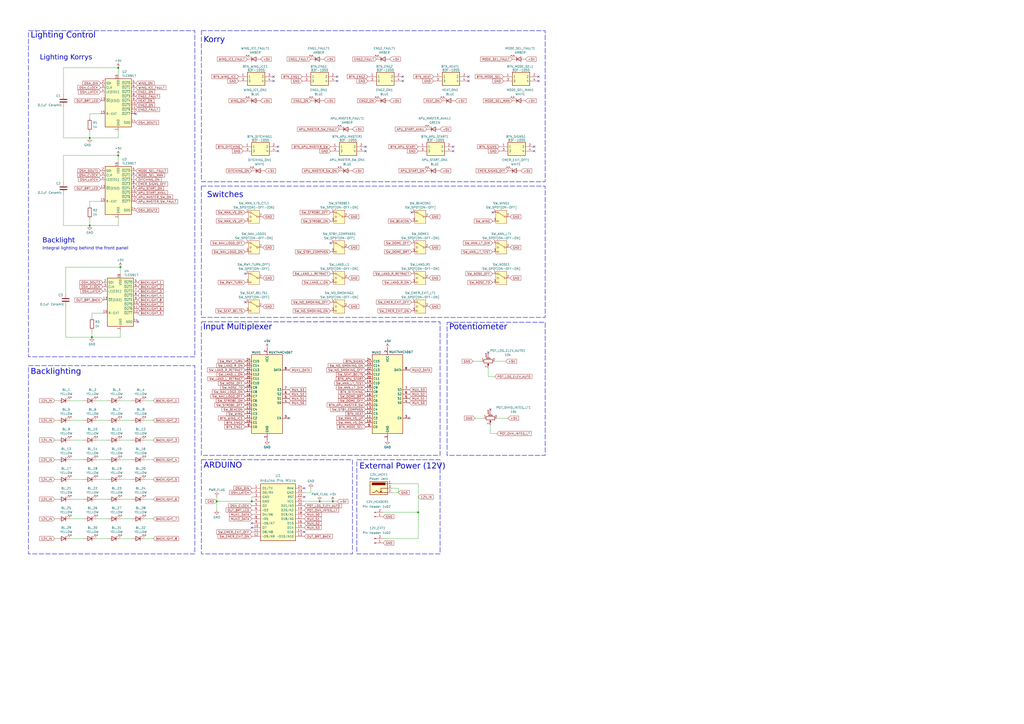
<source format=kicad_sch>
(kicad_sch (version 20231120) (generator "eeschema") (generator_version "8.0")
  (paper "A2")
  (title_block (title "Light Panel") (date "2024-11-17") (rev "V1.1") (company "S.K."))
  (junction (at 69.85 154.94))
  (junction (at 185.42 290.83))
  (junction (at 146.05 290.83))
  (junction (at 125.73 290.83))
  (junction (at 52.07 130.81))
  (junction (at 68.58 90.17))
  (junction (at 68.58 39.37))
  (junction (at 53.34 195.58))
  (junction (at 242.57 297.18))
  (junction (at 193.04 290.83))
  (junction (at 52.07 80.01))
  (no_connect (at 176.53 288.29))
  (no_connect (at 158.75 46.99))
  (no_connect (at 312.42 46.99))
  (no_connect (at 262.89 85.09))
  (no_connect (at 284.48 237.49))
  (no_connect (at 285.75 123.19))
  (no_connect (at 158.75 44.45))
  (no_connect (at 262.89 87.63))
  (no_connect (at 312.42 44.45))
  (no_connect (at 271.78 46.99))
  (no_connect (at 167.64 242.57))
  (no_connect (at 283.21 204.47))
  (no_connect (at 142.24 175.26))
  (no_connect (at 176.53 283.21))
  (no_connect (at 309.88 85.09))
  (no_connect (at 233.68 46.99))
  (no_connect (at 238.76 123.19))
  (no_connect (at 142.24 158.75))
  (no_connect (at 195.58 46.99))
  (no_connect (at 176.53 308.61))
  (no_connect (at 212.09 87.63))
  (no_connect (at 146.05 303.53))
  (no_connect (at 161.29 85.09))
  (no_connect (at 237.49 242.57))
  (no_connect (at 146.05 306.07))
  (no_connect (at 191.77 140.97))
  (no_connect (at 212.09 85.09))
  (no_connect (at 195.58 44.45))
  (no_connect (at 161.29 87.63))
  (no_connect (at 233.68 44.45))
  (no_connect (at 78.74 66.04))
  (no_connect (at 271.78 44.45))
  (no_connect (at 80.01 186.69))
  (no_connect (at 309.88 87.63))
  (wire (pts (xy 52.07 127) (xy 52.07 130.81)))
  (wire (pts (xy 242.57 280.67) (xy 242.57 297.18)))
  (wire (pts (xy 40.64 243.84) (xy 48.26 243.84)))
  (wire (pts (xy 55.88 232.41) (xy 62.23 232.41)))
  (wire (pts (xy 83.82 266.7) (xy 88.9 266.7)))
  (wire (pts (xy 83.82 278.13) (xy 88.9 278.13)))
  (wire (pts (xy 275.59 242.57) (xy 280.67 242.57)))
  (wire (pts (xy 52.07 80.01) (xy 68.58 80.01)))
  (wire (pts (xy 52.07 116.84) (xy 52.07 119.38)))
  (wire (pts (xy 274.32 209.55) (xy 279.4 209.55)))
  (wire (pts (xy 36.83 80.01) (xy 52.07 80.01)))
  (wire (pts (xy 284.48 251.46) (xy 288.29 251.46)))
  (wire (pts (xy 36.83 113.03) (xy 36.83 130.81)))
  (wire (pts (xy 33.02 266.7) (xy 31.75 266.7)))
  (wire (pts (xy 38.1 154.94) (xy 69.85 154.94)))
  (wire (pts (xy 68.58 90.17) (xy 68.58 93.98)))
  (wire (pts (xy 55.88 278.13) (xy 62.23 278.13)))
  (wire (pts (xy 38.1 195.58) (xy 53.34 195.58)))
  (wire (pts (xy 227.33 280.67) (xy 242.57 280.67)))
  (wire (pts (xy 36.83 130.81) (xy 52.07 130.81)))
  (wire (pts (xy 68.58 80.01) (xy 68.58 76.2)))
  (wire (pts (xy 52.07 76.2) (xy 52.07 80.01)))
  (wire (pts (xy 36.83 39.37) (xy 36.83 54.61)))
  (wire (pts (xy 227.33 285.75) (xy 231.14 285.75)))
  (wire (pts (xy 83.82 289.56) (xy 88.9 289.56)))
  (wire (pts (xy 40.64 312.42) (xy 48.26 312.42)))
  (wire (pts (xy 83.82 312.42) (xy 88.9 312.42)))
  (wire (pts (xy 33.02 312.42) (xy 31.75 312.42)))
  (wire (pts (xy 125.73 290.83) (xy 146.05 290.83)))
  (wire (pts (xy 180.34 285.75) (xy 180.34 283.21)))
  (wire (pts (xy 125.73 288.29) (xy 125.73 290.83)))
  (wire (pts (xy 83.82 232.41) (xy 88.9 232.41)))
  (wire (pts (xy 222.25 297.18) (xy 242.57 297.18)))
  (wire (pts (xy 31.75 232.41) (xy 33.02 232.41)))
  (wire (pts (xy 40.64 289.56) (xy 48.26 289.56)))
  (wire (pts (xy 58.42 66.04) (xy 52.07 66.04)))
  (wire (pts (xy 53.34 191.77) (xy 53.34 195.58)))
  (wire (pts (xy 231.14 283.21) (xy 231.14 285.75)))
  (wire (pts (xy 40.64 232.41) (xy 48.26 232.41)))
  (wire (pts (xy 40.64 266.7) (xy 48.26 266.7)))
  (wire (pts (xy 55.88 289.56) (xy 62.23 289.56)))
  (wire (pts (xy 69.85 243.84) (xy 76.2 243.84)))
  (wire (pts (xy 69.85 232.41) (xy 76.2 232.41)))
  (wire (pts (xy 287.02 209.55) (xy 293.37 209.55)))
  (wire (pts (xy 68.58 130.81) (xy 68.58 127)))
  (wire (pts (xy 58.42 116.84) (xy 52.07 116.84)))
  (wire (pts (xy 176.53 285.75) (xy 180.34 285.75)))
  (wire (pts (xy 55.88 266.7) (xy 62.23 266.7)))
  (wire (pts (xy 36.83 62.23) (xy 36.83 80.01)))
  (wire (pts (xy 125.73 295.91) (xy 125.73 290.83)))
  (wire (pts (xy 33.02 243.84) (xy 31.75 243.84)))
  (wire (pts (xy 83.82 243.84) (xy 88.9 243.84)))
  (wire (pts (xy 284.48 246.38) (xy 284.48 251.46)))
  (wire (pts (xy 53.34 181.61) (xy 53.34 184.15)))
  (wire (pts (xy 69.85 300.99) (xy 76.2 300.99)))
  (wire (pts (xy 55.88 243.84) (xy 62.23 243.84)))
  (wire (pts (xy 176.53 290.83) (xy 185.42 290.83)))
  (wire (pts (xy 68.58 39.37) (xy 68.58 43.18)))
  (wire (pts (xy 33.02 289.56) (xy 31.75 289.56)))
  (wire (pts (xy 69.85 266.7) (xy 76.2 266.7)))
  (wire (pts (xy 83.82 300.99) (xy 88.9 300.99)))
  (wire (pts (xy 227.33 283.21) (xy 231.14 283.21)))
  (wire (pts (xy 242.57 312.42) (xy 242.57 297.18)))
  (wire (pts (xy 40.64 278.13) (xy 48.26 278.13)))
  (wire (pts (xy 52.07 66.04) (xy 52.07 68.58)))
  (wire (pts (xy 55.88 312.42) (xy 62.23 312.42)))
  (wire (pts (xy 38.1 154.94) (xy 38.1 170.18)))
  (wire (pts (xy 55.88 255.27) (xy 62.23 255.27)))
  (wire (pts (xy 38.1 177.8) (xy 38.1 195.58)))
  (wire (pts (xy 185.42 290.83) (xy 193.04 290.83)))
  (wire (pts (xy 193.04 290.83) (xy 195.58 290.83)))
  (wire (pts (xy 36.83 39.37) (xy 68.58 39.37)))
  (wire (pts (xy 69.85 255.27) (xy 76.2 255.27)))
  (wire (pts (xy 55.88 300.99) (xy 62.23 300.99)))
  (wire (pts (xy 33.02 300.99) (xy 31.75 300.99)))
  (wire (pts (xy 288.29 242.57) (xy 294.64 242.57)))
  (wire (pts (xy 40.64 300.99) (xy 48.26 300.99)))
  (wire (pts (xy 69.85 278.13) (xy 76.2 278.13)))
  (wire (pts (xy 69.85 312.42) (xy 76.2 312.42)))
  (wire (pts (xy 52.07 130.81) (xy 68.58 130.81)))
  (wire (pts (xy 69.85 154.94) (xy 69.85 158.75)))
  (wire (pts (xy 36.83 90.17) (xy 36.83 105.41)))
  (wire (pts (xy 222.25 312.42) (xy 242.57 312.42)))
  (wire (pts (xy 69.85 289.56) (xy 76.2 289.56)))
  (wire (pts (xy 146.05 288.29) (xy 146.05 290.83)))
  (wire (pts (xy 83.82 255.27) (xy 88.9 255.27)))
  (wire (pts (xy 283.21 213.36) (xy 283.21 218.44)))
  (wire (pts (xy 69.85 195.58) (xy 69.85 191.77)))
  (wire (pts (xy 36.83 90.17) (xy 68.58 90.17)))
  (wire (pts (xy 283.21 218.44) (xy 287.02 218.44)))
  (wire (pts (xy 33.02 278.13) (xy 31.75 278.13)))
  (wire (pts (xy 33.02 255.27) (xy 31.75 255.27)))
  (wire (pts (xy 40.64 255.27) (xy 48.26 255.27)))
  (wire (pts (xy 59.69 181.61) (xy 53.34 181.61)))
  (wire (pts (xy 53.34 195.58) (xy 69.85 195.58)))
  (rectangle (start 207.01 266.7) (end 255.27 321.31) (stroke (width 0.254) (type dash)))
  (rectangle (start 16.51 17.78) (end 113.03 207.01) (stroke (width 0.254) (type dash)))
  (rectangle (start 116.84 107.95) (end 316.23 184.15) (stroke (width 0.254) (type dash)))
  (rectangle (start 116.84 186.69) (end 255.27 264.16) (stroke (width 0.254) (type dash)))
  (rectangle (start 259.334 186.944) (end 316.23 264.16) (stroke (width 0.254) (type dash)))
  (rectangle (start 16.5099 212.09) (end 113.03 321.31) (stroke (width 0.254) (type dash)))
  (rectangle (start 116.84 266.7) (end 204.47 321.31) (stroke (width 0.254) (type dash)))
  (rectangle (start 116.84 17.78) (end 316.23 105.41) (stroke (width 0.254) (type dash)))
  (text "Backlighting" (at 17.78 214.63 0) (effects (font (size 3.3782 3.3782)) (justify left top)))
  (text "ARDUINO" (at 118.11 268.986 0) (effects (font (size 3.3782 3.3782)) (justify left top)))
  (text "Switches" (at 120.142 112.014 0) (effects (font (size 3.3782 3.3782)) (justify left top)))
  (text "Korry" (at 118.11 22.098 0) (effects (font (size 3.3782 3.3782)) (justify left top)))
  (text "Potentiometer" (at 260.604 188.722 0) (effects (font (size 3.3782 3.3782)) (justify left top)))
  (text "Input Multiplexer" (at 117.856 188.722 0) (effects (font (size 3.3782 3.3782)) (justify left top)))
  (text "External Power (12V)" (at 208.534 269.494 0) (effects (font (size 3.3782 3.3782)) (justify left top)))
  (text "Lighting Korrys" (at 23.114 32.512 0) (effects (font (size 2.8956 2.8956)) (justify left top)))
  (text "Lighting Control" (at 17.78 19.4818 0) (effects (font (size 3.3782 3.3782)) (justify left top)))
  (text "Integral lighting behind the front panel" (at 24.638 143.5608 0) (effects (font (size 1.8288 1.8288)) (justify left top)))
  (text "Backlight" (at 24.638 138.684 0) (effects (font (size 2.8956 2.8956)) (justify left top)))
  (global_label "OSH_LATCH" (shape input) (at 146.05 285.75 180) (property "Intersheetrefs" "${INTERSHEET_REFS}" (effects (hide yes))))
  (global_label "SW_STROBE_OFF" (shape input) (at 142.24 234.95 180) (property "Intersheetrefs" "${INTERSHEET_REFS}" (effects (hide yes))))
  (global_label "SW_LAND_L_RETRACT" (shape input) (at 191.77 158.75 180) (property "Intersheetrefs" "${INTERSHEET_REFS}" (effects (hide yes))))
  (global_label "EMER_SIGNS_OFF" (shape input) (at 294.64 99.06 180) (property "Intersheetrefs" "${INTERSHEET_REFS}" (effects (hide yes))))
  (global_label "SW_NAV_LOGO_ON" (shape input) (at 142.24 146.05 180) (property "Intersheetrefs" "${INTERSHEET_REFS}" (effects (hide yes))))
  (global_label "ENG1_FAULT" (shape input) (at 180.34 34.29 180) (property "Intersheetrefs" "${INTERSHEET_REFS}" (effects (hide yes))))
  (global_label "ENG1_ON" (shape input) (at 180.34 58.42 180) (property "Intersheetrefs" "${INTERSHEET_REFS}" (effects (hide yes))))
  (global_label "MODE_SEL_MAN" (shape input) (at 78.74 101.6 0) (property "Intersheetrefs" "${INTERSHEET_REFS}" (effects (hide yes))))
  (global_label "OSH_DOUT1" (shape input) (at 78.74 71.12 0) (property "Intersheetrefs" "${INTERSHEET_REFS}" (effects (hide yes))))
  (global_label "SW_DOME_OFF" (shape input) (at 238.76 140.97 180) (property "Intersheetrefs" "${INTERSHEET_REFS}" (effects (hide yes))))
  (global_label "MUX_S2" (shape input) (at 237.49 228.6 0) (property "Intersheetrefs" "${INTERSHEET_REFS}" (effects (hide yes))))
  (global_label "12V_IN" (shape input) (at 31.75 278.13 180) (property "Intersheetrefs" "${INTERSHEET_REFS}" (effects (hide yes))))
  (global_label "GND" (shape input) (at 138.43 46.99 180) (property "Intersheetrefs" "${INTERSHEET_REFS}" (effects (hide yes))))
  (global_label "MUX_S1" (shape input) (at 176.53 300.99 0) (property "Intersheetrefs" "${INTERSHEET_REFS}" (effects (hide yes))))
  (global_label "GND" (shape input) (at 248.92 125.73 0) (property "Intersheetrefs" "${INTERSHEET_REFS}" (effects (hide yes))))
  (global_label "SW_MAN_VS_DN" (shape input) (at 142.24 123.19 180) (property "Intersheetrefs" "${INTERSHEET_REFS}" (effects (hide yes))))
  (global_label "MUX1_DATA" (shape input) (at 167.64 214.63 0) (property "Intersheetrefs" "${INTERSHEET_REFS}" (effects (hide yes))))
  (global_label "SW_SEAT_BELTS" (shape input) (at 212.09 217.17 180) (property "Intersheetrefs" "${INTERSHEET_REFS}" (effects (hide yes))))
  (global_label "MODE_SEL_FAULT" (shape input) (at 297.18 34.29 180) (property "Intersheetrefs" "${INTERSHEET_REFS}" (effects (hide yes))))
  (global_label "GND" (shape input) (at 125.73 290.83 180) (property "Intersheetrefs" "${INTERSHEET_REFS}" (effects (hide yes))))
  (global_label "+5V" (shape input) (at 151.13 58.42 0) (property "Intersheetrefs" "${INTERSHEET_REFS}" (effects (hide yes))))
  (global_label "SW_RWY_TURN" (shape input) (at 142.24 209.55 180) (property "Intersheetrefs" "${INTERSHEET_REFS}" (effects (hide yes))))
  (global_label "SW_MAN_VS_DN" (shape input) (at 212.09 245.11 180) (property "Intersheetrefs" "${INTERSHEET_REFS}" (effects (hide yes))))
  (global_label "OUT_BRT_LED" (shape input) (at 146.05 295.91 180) (property "Intersheetrefs" "${INTERSHEET_REFS}" (effects (hide yes))))
  (global_label "SW_EMER_EXIT_ON" (shape input) (at 146.05 311.15 180) (property "Intersheetrefs" "${INTERSHEET_REFS}" (effects (hide yes))))
  (global_label "APU_START_ON" (shape input) (at 247.65 99.06 180) (property "Intersheetrefs" "${INTERSHEET_REFS}" (effects (hide yes))))
  (global_label "SW_ANN_LT_TEST" (shape input) (at 212.09 222.25 180) (property "Intersheetrefs" "${INTERSHEET_REFS}" (effects (hide yes))))
  (global_label "+5V" (shape input) (at 255.27 74.93 0) (property "Intersheetrefs" "${INTERSHEET_REFS}" (effects (hide yes))))
  (global_label "SW_ANN_LT_DIM" (shape input) (at 285.75 140.97 180) (property "Intersheetrefs" "${INTERSHEET_REFS}" (effects (hide yes))))
  (global_label "MUX_S0" (shape input) (at 176.53 298.45 0) (property "Intersheetrefs" "${INTERSHEET_REFS}" (effects (hide yes))))
  (global_label "ENG1_ON" (shape input) (at 78.74 53.34 0) (property "Intersheetrefs" "${INTERSHEET_REFS}" (effects (hide yes))))
  (global_label "SW_STBY_COMPASS" (shape input) (at 212.09 237.49 180) (property "Intersheetrefs" "${INTERSHEET_REFS}" (effects (hide yes))))
  (global_label "BTN_ENG1" (shape input) (at 142.24 247.65 180) (property "Intersheetrefs" "${INTERSHEET_REFS}" (effects (hide yes))))
  (global_label "GND" (shape input) (at 248.92 177.8 0) (property "Intersheetrefs" "${INTERSHEET_REFS}" (effects (hide yes))))
  (global_label "BTN_WING_ICE" (shape input) (at 142.24 242.57 180) (property "Intersheetrefs" "${INTERSHEET_REFS}" (effects (hide yes))))
  (global_label "GND" (shape input) (at 295.91 161.29 0) (property "Intersheetrefs" "${INTERSHEET_REFS}" (effects (hide yes))))
  (global_label "SW_LAND_L_RETRACT" (shape input) (at 142.24 219.71 180) (property "Intersheetrefs" "${INTERSHEET_REFS}" (effects (hide yes))))
  (global_label "SW_LAND_R_ON" (shape input) (at 142.24 212.09 180) (property "Intersheetrefs" "${INTERSHEET_REFS}" (effects (hide yes))))
  (global_label "MUX_S3" (shape input) (at 176.53 306.07 0) (property "Intersheetrefs" "${INTERSHEET_REFS}" (effects (hide yes))))
  (global_label "BACKLIGHT_3" (shape input) (at 88.9 255.27 0) (property "Intersheetrefs" "${INTERSHEET_REFS}" (effects (hide yes))))
  (global_label "SW_BEACON" (shape input) (at 142.24 237.49 180) (property "Intersheetrefs" "${INTERSHEET_REFS}" (effects (hide yes))))
  (global_label "GND" (shape input) (at 222.25 299.72 0) (property "Intersheetrefs" "${INTERSHEET_REFS}" (effects (hide yes))))
  (global_label "BACKLIGHT_1" (shape input) (at 88.9 232.41 0) (property "Intersheetrefs" "${INTERSHEET_REFS}" (effects (hide yes))))
  (global_label "BTN_APU_MASTER_SW" (shape input) (at 191.77 85.09 180) (property "Intersheetrefs" "${INTERSHEET_REFS}" (effects (hide yes))))
  (global_label "APU_MASTER_SW_ON" (shape input) (at 78.74 114.3 0) (property "Intersheetrefs" "${INTERSHEET_REFS}" (effects (hide yes))))
  (global_label "OUT_BRT_BACK" (shape input) (at 176.53 311.15 0) (property "Intersheetrefs" "${INTERSHEET_REFS}" (effects (hide yes))))
  (global_label "GND" (shape input) (at 201.93 177.8 0) (property "Intersheetrefs" "${INTERSHEET_REFS}" (effects (hide yes))))
  (global_label "APU_MASTER_SW_FAULT" (shape input) (at 78.74 116.84 0) (property "Intersheetrefs" "${INTERSHEET_REFS}" (effects (hide yes))))
  (global_label "BTN_DITCHING" (shape input) (at 212.09 227.33 180) (property "Intersheetrefs" "${INTERSHEET_REFS}" (effects (hide yes))))
  (global_label "SW_ANN_LT_TEST" (shape input) (at 285.75 146.05 180) (property "Intersheetrefs" "${INTERSHEET_REFS}" (effects (hide yes))))
  (global_label "BTN_SIGNS" (shape input) (at 289.56 85.09 180) (property "Intersheetrefs" "${INTERSHEET_REFS}" (effects (hide yes))))
  (global_label "GND" (shape input) (at 242.57 87.63 180) (property "Intersheetrefs" "${INTERSHEET_REFS}" (effects (hide yes))))
  (global_label "SW_NO_SMOKING_ON" (shape input) (at 191.77 180.34 180) (property "Intersheetrefs" "${INTERSHEET_REFS}" (effects (hide yes))))
  (global_label "GND" (shape input) (at 275.59 242.57 180) (property "Intersheetrefs" "${INTERSHEET_REFS}" (effects (hide yes))))
  (global_label "WING_ON" (shape input) (at 78.74 48.26 0) (property "Intersheetrefs" "${INTERSHEET_REFS}" (effects (hide yes))))
  (global_label "GND" (shape input) (at 251.46 46.99 180) (property "Intersheetrefs" "${INTERSHEET_REFS}" (effects (hide yes))))
  (global_label "+5V" (shape input) (at 304.8 34.29 0) (property "Intersheetrefs" "${INTERSHEET_REFS}" (effects (hide yes))))
  (global_label "SW_LAND_R_ON" (shape input) (at 238.76 163.83 180) (property "Intersheetrefs" "${INTERSHEET_REFS}" (effects (hide yes))))
  (global_label "BACKLIGHT_8" (shape input) (at 88.9 312.42 0) (property "Intersheetrefs" "${INTERSHEET_REFS}" (effects (hide yes))))
  (global_label "+5V" (shape input) (at 151.13 34.29 0) (property "Intersheetrefs" "${INTERSHEET_REFS}" (effects (hide yes))))
  (global_label "12V_IN" (shape input) (at 242.57 288.29 0) (property "Intersheetrefs" "${INTERSHEET_REFS}" (effects (hide yes))))
  (global_label "MODE_SEL_MAN" (shape input) (at 297.18 58.42 180) (property "Intersheetrefs" "${INTERSHEET_REFS}" (effects (hide yes))))
  (global_label "12V_IN" (shape input) (at 31.75 232.41 180) (property "Intersheetrefs" "${INTERSHEET_REFS}" (effects (hide yes))))
  (global_label "BACKLIGHT_6" (shape input) (at 88.9 289.56 0) (property "Intersheetrefs" "${INTERSHEET_REFS}" (effects (hide yes))))
  (global_label "SW_NO_SMOKING_OFF" (shape input) (at 212.09 214.63 180) (property "Intersheetrefs" "${INTERSHEET_REFS}" (effects (hide yes))))
  (global_label "DITCHING_ON" (shape input) (at 78.74 104.14 0) (property "Intersheetrefs" "${INTERSHEET_REFS}" (effects (hide yes))))
  (global_label "OSH_LATCH" (shape input) (at 59.69 168.91 180) (property "Intersheetrefs" "${INTERSHEET_REFS}" (effects (hide yes))))
  (global_label "+5V" (shape input) (at 264.16 58.42 0) (property "Intersheetrefs" "${INTERSHEET_REFS}" (effects (hide yes))))
  (global_label "MUX_S2" (shape input) (at 167.64 228.6 0) (property "Intersheetrefs" "${INTERSHEET_REFS}" (effects (hide yes))))
  (global_label "OSH_LATCH" (shape input) (at 58.42 53.34 180) (property "Intersheetrefs" "${INTERSHEET_REFS}" (effects (hide yes))))
  (global_label "HEAT_ON" (shape input) (at 78.74 58.42 0) (property "Intersheetrefs" "${INTERSHEET_REFS}" (effects (hide yes))))
  (global_label "SW_STROBE_OFF" (shape input) (at 191.77 123.19 180) (property "Intersheetrefs" "${INTERSHEET_REFS}" (effects (hide yes))))
  (global_label "SW_NO_SMOKING_ON" (shape input) (at 212.09 212.09 180) (property "Intersheetrefs" "${INTERSHEET_REFS}" (effects (hide yes))))
  (global_label "BTN_ENG2" (shape input) (at 213.36 44.45 180) (property "Intersheetrefs" "${INTERSHEET_REFS}" (effects (hide yes))))
  (global_label "SW_DOME_BRT" (shape input) (at 238.76 146.05 180) (property "Intersheetrefs" "${INTERSHEET_REFS}" (effects (hide yes))))
  (global_label "EMER_SIGNS_OFF" (shape input) (at 78.74 106.68 0) (property "Intersheetrefs" "${INTERSHEET_REFS}" (effects (hide yes))))
  (global_label "BACKLIGHT_7" (shape input) (at 80.01 176.53 0) (property "Intersheetrefs" "${INTERSHEET_REFS}" (effects (hide yes))))
  (global_label "12V_IN" (shape input) (at 31.75 312.42 180) (property "Intersheetrefs" "${INTERSHEET_REFS}" (effects (hide yes))))
  (global_label "ENG1_FAULT" (shape input) (at 78.74 55.88 0) (property "Intersheetrefs" "${INTERSHEET_REFS}" (effects (hide yes))))
  (global_label "SW_NAV_LOGO_ON" (shape input) (at 142.24 227.33 180) (property "Intersheetrefs" "${INTERSHEET_REFS}" (effects (hide yes))))
  (global_label "GND" (shape input) (at 152.4 125.73 0) (property "Intersheetrefs" "${INTERSHEET_REFS}" (effects (hide yes))))
  (global_label "GND" (shape input) (at 191.77 87.63 180) (property "Intersheetrefs" "${INTERSHEET_REFS}" (effects (hide yes))))
  (global_label "GND" (shape input) (at 274.32 209.55 180) (property "Intersheetrefs" "${INTERSHEET_REFS}" (effects (hide yes))))
  (global_label "+5V" (shape input) (at 304.8 58.42 0) (property "Intersheetrefs" "${INTERSHEET_REFS}" (effects (hide yes))))
  (global_label "BTN_ENG2" (shape input) (at 142.24 245.11 180) (property "Intersheetrefs" "${INTERSHEET_REFS}" (effects (hide yes))))
  (global_label "12V_IN" (shape input) (at 31.75 255.27 180) (property "Intersheetrefs" "${INTERSHEET_REFS}" (effects (hide yes))))
  (global_label "GND" (shape input) (at 213.36 46.99 180) (property "Intersheetrefs" "${INTERSHEET_REFS}" (effects (hide yes))))
  (global_label "+5V" (shape input) (at 187.96 34.29 0) (property "Intersheetrefs" "${INTERSHEET_REFS}" (effects (hide yes))))
  (global_label "GND" (shape input) (at 222.25 314.96 0) (property "Intersheetrefs" "${INTERSHEET_REFS}" (effects (hide yes))))
  (global_label "ENG2_FAULT" (shape input) (at 78.74 63.5 0) (property "Intersheetrefs" "${INTERSHEET_REFS}" (effects (hide yes))))
  (global_label "SW_EMER_EXIT_OFF" (shape input) (at 146.05 308.61 180) (property "Intersheetrefs" "${INTERSHEET_REFS}" (effects (hide yes))))
  (global_label "OSH_DOUT2" (shape input) (at 59.69 163.83 180) (property "Intersheetrefs" "${INTERSHEET_REFS}" (effects (hide yes))))
  (global_label "+5V" (shape input) (at 294.64 242.57 0) (property "Intersheetrefs" "${INTERSHEET_REFS}" (effects (hide yes))))
  (global_label "SW_MAN_VS_UP" (shape input) (at 212.09 242.57 180) (property "Intersheetrefs" "${INTERSHEET_REFS}" (effects (hide yes))))
  (global_label "SW_NOSE_TO" (shape input) (at 142.24 224.79 180) (property "Intersheetrefs" "${INTERSHEET_REFS}" (effects (hide yes))))
  (global_label "+5V" (shape input) (at 195.58 290.83 0) (property "Intersheetrefs" "${INTERSHEET_REFS}" (effects (hide yes))))
  (global_label "SW_STROBE_ON" (shape input) (at 191.77 128.27 180) (property "Intersheetrefs" "${INTERSHEET_REFS}" (effects (hide yes))))
  (global_label "GND" (shape input) (at 248.92 161.29 0) (property "Intersheetrefs" "${INTERSHEET_REFS}" (effects (hide yes))))
  (global_label "BTN_APU_START" (shape input) (at 242.57 85.09 180) (property "Intersheetrefs" "${INTERSHEET_REFS}" (effects (hide yes))))
  (global_label "GND" (shape input) (at 175.26 46.99 180) (property "Intersheetrefs" "${INTERSHEET_REFS}" (effects (hide yes))))
  (global_label "OUT_BRT_BACK" (shape input) (at 59.69 173.99 180) (property "Intersheetrefs" "${INTERSHEET_REFS}" (effects (hide yes))))
  (global_label "SW_NAV_LOGO_OFF" (shape input) (at 142.24 229.87 180) (property "Intersheetrefs" "${INTERSHEET_REFS}" (effects (hide yes))))
  (global_label "BACKLIGHT_5" (shape input) (at 80.01 181.61 0) (property "Intersheetrefs" "${INTERSHEET_REFS}" (effects (hide yes))))
  (global_label "+5V" (shape input) (at 204.47 99.06 0) (property "Intersheetrefs" "${INTERSHEET_REFS}" (effects (hide yes))))
  (global_label "OSH_CLOCK" (shape input) (at 58.42 101.6 180) (property "Intersheetrefs" "${INTERSHEET_REFS}" (effects (hide yes))))
  (global_label "MUX_S3" (shape input) (at 167.64 226.06 0) (property "Intersheetrefs" "${INTERSHEET_REFS}" (effects (hide yes))))
  (global_label "APU_START_ON" (shape input) (at 78.74 109.22 0) (property "Intersheetrefs" "${INTERSHEET_REFS}" (effects (hide yes))))
  (global_label "BTN_MODE_SEL" (shape input) (at 292.1 44.45 180) (property "Intersheetrefs" "${INTERSHEET_REFS}" (effects (hide yes))))
  (global_label "GND" (shape input) (at 201.93 161.29 0) (property "Intersheetrefs" "${INTERSHEET_REFS}" (effects (hide yes))))
  (global_label "12V_IN" (shape input) (at 31.75 243.84 180) (property "Intersheetrefs" "${INTERSHEET_REFS}" (effects (hide yes))))
  (global_label "BTN_HEAT" (shape input) (at 212.09 240.03 180) (property "Intersheetrefs" "${INTERSHEET_REFS}" (effects (hide yes))))
  (global_label "GND" (shape input) (at 295.91 143.51 0) (property "Intersheetrefs" "${INTERSHEET_REFS}" (effects (hide yes))))
  (global_label "SW_NOSE_OFF" (shape input) (at 285.75 158.75 180) (property "Intersheetrefs" "${INTERSHEET_REFS}" (effects (hide yes))))
  (global_label "SW_NOSE_OFF" (shape input) (at 142.24 222.25 180) (property "Intersheetrefs" "${INTERSHEET_REFS}" (effects (hide yes))))
  (global_label "SW_LAND_L_ON" (shape input) (at 191.77 163.83 180) (property "Intersheetrefs" "${INTERSHEET_REFS}" (effects (hide yes))))
  (global_label "BACKLIGHT_3" (shape input) (at 80.01 168.91 0) (property "Intersheetrefs" "${INTERSHEET_REFS}" (effects (hide yes))))
  (global_label "GND" (shape input) (at 140.97 87.63 180) (property "Intersheetrefs" "${INTERSHEET_REFS}" (effects (hide yes))))
  (global_label "OSH_DIN" (shape input) (at 58.42 48.26 180) (property "Intersheetrefs" "${INTERSHEET_REFS}" (effects (hide yes))))
  (global_label "12V_IN" (shape input) (at 31.75 266.7 180) (property "Intersheetrefs" "${INTERSHEET_REFS}" (effects (hide yes))))
  (global_label "WING_ON" (shape input) (at 143.51 58.42 180) (property "Intersheetrefs" "${INTERSHEET_REFS}" (effects (hide yes))))
  (global_label "OSH_CLOCK" (shape input) (at 146.05 293.37 180) (property "Intersheetrefs" "${INTERSHEET_REFS}" (effects (hide yes))))
  (global_label "+5V" (shape input) (at 226.06 34.29 0) (property "Intersheetrefs" "${INTERSHEET_REFS}" (effects (hide yes))))
  (global_label "SW_MAN_VS_UP" (shape input) (at 142.24 128.27 180) (property "Intersheetrefs" "${INTERSHEET_REFS}" (effects (hide yes))))
  (global_label "SW_WING" (shape input) (at 285.75 128.27 180) (property "Intersheetrefs" "${INTERSHEET_REFS}" (effects (hide yes))))
  (global_label "BTN_DITCHING" (shape input) (at 140.97 85.09 180) (property "Intersheetrefs" "${INTERSHEET_REFS}" (effects (hide yes))))
  (global_label "BACKLIGHT_4" (shape input) (at 80.01 171.45 0) (property "Intersheetrefs" "${INTERSHEET_REFS}" (effects (hide yes))))
  (global_label "APU_MASTER_SW_FAULT" (shape input) (at 196.85 74.93 180) (property "Intersheetrefs" "${INTERSHEET_REFS}" (effects (hide yes))))
  (global_label "WING_ICE_FAULT" (shape input) (at 143.51 34.29 180) (property "Intersheetrefs" "${INTERSHEET_REFS}" (effects (hide yes))))
  (global_label "MUX_S0" (shape input) (at 167.64 233.68 0) (property "Intersheetrefs" "${INTERSHEET_REFS}" (effects (hide yes))))
  (global_label "+5V" (shape input) (at 293.37 209.55 0) (property "Intersheetrefs" "${INTERSHEET_REFS}" (effects (hide yes))))
  (global_label "SW_DOME_BRT" (shape input) (at 212.09 229.87 180) (property "Intersheetrefs" "${INTERSHEET_REFS}" (effects (hide yes))))
  (global_label "SW_BEACON" (shape input) (at 238.76 128.27 180) (property "Intersheetrefs" "${INTERSHEET_REFS}" (effects (hide yes))))
  (global_label "OSH_DOUT1" (shape input) (at 58.42 99.06 180) (property "Intersheetrefs" "${INTERSHEET_REFS}" (effects (hide yes))))
  (global_label "GND" (shape input) (at 289.56 87.63 180) (property "Intersheetrefs" "${INTERSHEET_REFS}" (effects (hide yes))))
  (global_label "SW_NOSE_TO" (shape input) (at 285.75 163.83 180) (property "Intersheetrefs" "${INTERSHEET_REFS}" (effects (hide yes))))
  (global_label "+5V" (shape input) (at 153.67 99.06 0) (property "Intersheetrefs" "${INTERSHEET_REFS}" (effects (hide yes))))
  (global_label "SW_STROBE_ON" (shape input) (at 142.24 232.41 180) (property "Intersheetrefs" "${INTERSHEET_REFS}" (effects (hide yes))))
  (global_label "BACKLIGHT_2" (shape input) (at 80.01 166.37 0) (property "Intersheetrefs" "${INTERSHEET_REFS}" (effects (hide yes))))
  (global_label "MUX2_DATA" (shape input) (at 146.05 300.99 180) (property "Intersheetrefs" "${INTERSHEET_REFS}" (effects (hide yes))))
  (global_label "WING_ICE_FAULT" (shape input) (at 78.74 50.8 0) (property "Intersheetrefs" "${INTERSHEET_REFS}" (effects (hide yes))))
  (global_label "BACKLIGHT_1" (shape input) (at 80.01 163.83 0) (property "Intersheetrefs" "${INTERSHEET_REFS}" (effects (hide yes))))
  (global_label "SW_LAND_R_RETRACT" (shape input) (at 142.24 214.63 180) (property "Intersheetrefs" "${INTERSHEET_REFS}" (effects (hide yes))))
  (global_label "GND" (shape input) (at 201.93 143.51 0) (property "Intersheetrefs" "${INTERSHEET_REFS}" (effects (hide yes))))
  (global_label "+5V" (shape input) (at 226.06 58.42 0) (property "Intersheetrefs" "${INTERSHEET_REFS}" (effects (hide yes))))
  (global_label "SW_EMER_EXIT_ON" (shape input) (at 238.76 180.34 180) (property "Intersheetrefs" "${INTERSHEET_REFS}" (effects (hide yes))))
  (global_label "SW_WING" (shape input) (at 142.24 240.03 180) (property "Intersheetrefs" "${INTERSHEET_REFS}" (effects (hide yes))))
  (global_label "MUX_S1" (shape input) (at 167.64 231.14 0) (property "Intersheetrefs" "${INTERSHEET_REFS}" (effects (hide yes))))
  (global_label "+5V" (shape input) (at 302.26 99.06 0) (property "Intersheetrefs" "${INTERSHEET_REFS}" (effects (hide yes))))
  (global_label "OSH_DOUT2" (shape input) (at 78.74 121.92 0) (property "Intersheetrefs" "${INTERSHEET_REFS}" (effects (hide yes))))
  (global_label "SW_NO_SMOKING_OFF" (shape input) (at 191.77 175.26 180) (property "Intersheetrefs" "${INTERSHEET_REFS}" (effects (hide yes))))
  (global_label "BACKLIGHT_6" (shape input) (at 80.01 179.07 0) (property "Intersheetrefs" "${INTERSHEET_REFS}" (effects (hide yes))))
  (global_label "GND" (shape input) (at 292.1 46.99 180) (property "Intersheetrefs" "${INTERSHEET_REFS}" (effects (hide yes))))
  (global_label "BTN_HEAT" (shape input) (at 251.46 44.45 180) (property "Intersheetrefs" "${INTERSHEET_REFS}" (effects (hide yes))))
  (global_label "GND" (shape input) (at 152.4 143.51 0) (property "Intersheetrefs" "${INTERSHEET_REFS}" (effects (hide yes))))
  (global_label "ENG2_FAULT" (shape input) (at 218.44 34.29 180) (property "Intersheetrefs" "${INTERSHEET_REFS}" (effects (hide yes))))
  (global_label "MODE_SEL_FAULT" (shape input) (at 78.74 99.06 0) (property "Intersheetrefs" "${INTERSHEET_REFS}" (effects (hide yes))))
  (global_label "MUX2_DATA" (shape input) (at 237.49 214.63 0) (property "Intersheetrefs" "${INTERSHEET_REFS}" (effects (hide yes))))
  (global_label "OSH_CLOCK" (shape input) (at 59.69 166.37 180) (property "Intersheetrefs" "${INTERSHEET_REFS}" (effects (hide yes))))
  (global_label "MUX1_DATA" (shape input) (at 146.05 298.45 180) (property "Intersheetrefs" "${INTERSHEET_REFS}" (effects (hide yes))))
  (global_label "MUX_S3" (shape input) (at 237.49 226.06 0) (property "Intersheetrefs" "${INTERSHEET_REFS}" (effects (hide yes))))
  (global_label "GND" (shape input) (at 248.92 143.51 0) (property "Intersheetrefs" "${INTERSHEET_REFS}" (effects (hide yes))))
  (global_label "BACKLIGHT_7" (shape input) (at 88.9 300.99 0) (property "Intersheetrefs" "${INTERSHEET_REFS}" (effects (hide yes))))
  (global_label "OUT_BRT_LED" (shape input) (at 58.42 58.42 180) (property "Intersheetrefs" "${INTERSHEET_REFS}" (effects (hide yes))))
  (global_label "APU_START_AVAIL" (shape input) (at 247.65 74.93 180) (property "Intersheetrefs" "${INTERSHEET_REFS}" (effects (hide yes))))
  (global_label "+5V" (shape input) (at 187.96 58.42 0) (property "Intersheetrefs" "${INTERSHEET_REFS}" (effects (hide yes))))
  (global_label "BACKLIGHT_5" (shape input) (at 88.9 278.13 0) (property "Intersheetrefs" "${INTERSHEET_REFS}" (effects (hide yes))))
  (global_label "GND" (shape input) (at 231.14 285.75 0) (property "Intersheetrefs" "${INTERSHEET_REFS}" (effects (hide yes))))
  (global_label "SW_LAND_R_RETRACT" (shape input) (at 238.76 158.75 180) (property "Intersheetrefs" "${INTERSHEET_REFS}" (effects (hide yes))))
  (global_label "+5V" (shape input) (at 255.27 99.06 0) (property "Intersheetrefs" "${INTERSHEET_REFS}" (effects (hide yes))))
  (global_label "OUT_BRT_LED" (shape input) (at 58.42 109.22 180) (property "Intersheetrefs" "${INTERSHEET_REFS}" (effects (hide yes))))
  (global_label "SW_SEAT_BELTS" (shape input) (at 142.24 180.34 180) (property "Intersheetrefs" "${INTERSHEET_REFS}" (effects (hide yes))))
  (global_label "POT_LDG_ELEV_AUTO" (shape input) (at 287.02 218.44 0) (property "Intersheetrefs" "${INTERSHEET_REFS}" (effects (hide yes))))
  (global_label "BTN_SIGNS" (shape input) (at 212.09 209.55 180) (property "Intersheetrefs" "${INTERSHEET_REFS}" (effects (hide yes))))
  (global_label "GND" (shape input) (at 295.91 125.73 0) (property "Intersheetrefs" "${INTERSHEET_REFS}" (effects (hide yes))))
  (global_label "SW_RWY_TURN" (shape input) (at 142.24 163.83 180) (property "Intersheetrefs" "${INTERSHEET_REFS}" (effects (hide yes))))
  (global_label "OSH_CLOCK" (shape input) (at 58.42 50.8 180) (property "Intersheetrefs" "${INTERSHEET_REFS}" (effects (hide yes))))
  (global_label "+5V" (shape input) (at 204.47 74.93 0) (property "Intersheetrefs" "${INTERSHEET_REFS}" (effects (hide yes))))
  (global_label "12V_IN" (shape input) (at 31.75 300.99 180) (property "Intersheetrefs" "${INTERSHEET_REFS}" (effects (hide yes))))
  (global_label "BTN_MODE_SEL" (shape input) (at 212.09 247.65 180) (property "Intersheetrefs" "${INTERSHEET_REFS}" (effects (hide yes))))
  (global_label "GND" (shape input) (at 152.4 161.29 0) (property "Intersheetrefs" "${INTERSHEET_REFS}" (effects (hide yes))))
  (global_label "SW_DOME_OFF" (shape input) (at 212.09 232.41 180) (property "Intersheetrefs" "${INTERSHEET_REFS}" (effects (hide yes))))
  (global_label "ENG2_ON" (shape input) (at 218.44 58.42 180) (property "Intersheetrefs" "${INTERSHEET_REFS}" (effects (hide yes))))
  (global_label "APU_MASTER_SW_ON" (shape input) (at 196.85 99.06 180) (property "Intersheetrefs" "${INTERSHEET_REFS}" (effects (hide yes))))
  (global_label "SW_STBY_COMPASS" (shape input) (at 191.77 146.05 180) (property "Intersheetrefs" "${INTERSHEET_REFS}" (effects (hide yes))))
  (global_label "BACKLIGHT_8" (shape input) (at 80.01 173.99 0) (property "Intersheetrefs" "${INTERSHEET_REFS}" (effects (hide yes))))
  (global_label "GND" (shape input) (at 201.93 125.73 0) (property "Intersheetrefs" "${INTERSHEET_REFS}" (effects (hide yes))))
  (global_label "BACKLIGHT_4" (shape input) (at 88.9 266.7 0) (property "Intersheetrefs" "${INTERSHEET_REFS}" (effects (hide yes))))
  (global_label "OSH_LATCH" (shape input) (at 58.42 104.14 180) (property "Intersheetrefs" "${INTERSHEET_REFS}" (effects (hide yes))))
  (global_label "GND" (shape input) (at 152.4 177.8 0) (property "Intersheetrefs" "${INTERSHEET_REFS}" (effects (hide yes))))
  (global_label "SW_ANN_LT_DIM" (shape input) (at 212.09 224.79 180) (property "Intersheetrefs" "${INTERSHEET_REFS}" (effects (hide yes))))
  (global_label "APU_START_AVAIL" (shape input) (at 78.74 111.76 0) (property "Intersheetrefs" "${INTERSHEET_REFS}" (effects (hide yes))))
  (global_label "DITCHING_ON" (shape input) (at 146.05 99.06 180) (property "Intersheetrefs" "${INTERSHEET_REFS}" (effects (hide yes))))
  (global_label "BTN_APU_START" (shape input) (at 212.09 219.71 180) (property "Intersheetrefs" "${INTERSHEET_REFS}" (effects (hide yes))))
  (global_label "MUX_S2" (shape input) (at 176.53 303.53 0) (property "Intersheetrefs" "${INTERSHEET_REFS}" (effects (hide yes))))
  (global_label "SW_LAND_L_ON" (shape input) (at 142.24 217.17 180) (property "Intersheetrefs" "${INTERSHEET_REFS}" (effects (hide yes))))
  (global_label "SW_EMER_EXIT_OFF" (shape input) (at 238.76 175.26 180) (property "Intersheetrefs" "${INTERSHEET_REFS}" (effects (hide yes))))
  (global_label "HEAT_ON" (shape input) (at 256.54 58.42 180) (property "Intersheetrefs" "${INTERSHEET_REFS}" (effects (hide yes))))
  (global_label "POT_OVH_INTEG_LT" (shape input) (at 176.53 295.91 0) (property "Intersheetrefs" "${INTERSHEET_REFS}" (effects (hide yes))))
  (global_label "OSH_DIN" (shape input) (at 146.05 283.21 180) (property "Intersheetrefs" "${INTERSHEET_REFS}" (effects (hide yes))))
  (global_label "BTN_ENG1" (shape input) (at 175.26 44.45 180) (property "Intersheetrefs" "${INTERSHEET_REFS}" (effects (hide yes))))
  (global_label "MUX_S1" (shape input) (at 237.49 231.14 0) (property "Intersheetrefs" "${INTERSHEET_REFS}" (effects (hide yes))))
  (global_label "12V_IN" (shape input) (at 31.75 289.56 180) (property "Intersheetrefs" "${INTERSHEET_REFS}" (effects (hide yes))))
  (global_label "MUX_S0" (shape input) (at 237.49 233.68 0) (property "Intersheetrefs" "${INTERSHEET_REFS}" (effects (hide yes))))
  (global_label "POT_OVH_INTEG_LT" (shape input) (at 288.29 251.46 0) (property "Intersheetrefs" "${INTERSHEET_REFS}" (effects (hide yes))))
  (global_label "BTN_APU_MASTER_SW" (shape input) (at 212.09 234.95 180) (property "Intersheetrefs" "${INTERSHEET_REFS}" (effects (hide yes))))
  (global_label "BACKLIGHT_2" (shape input) (at 88.9 243.84 0) (property "Intersheetrefs" "${INTERSHEET_REFS}" (effects (hide yes))))
  (global_label "ENG2_ON" (shape input) (at 78.74 60.96 0) (property "Intersheetrefs" "${INTERSHEET_REFS}" (effects (hide yes))))
  (global_label "SW_NAV_LOGO_OFF" (shape input) (at 142.24 140.97 180) (property "Intersheetrefs" "${INTERSHEET_REFS}" (effects (hide yes))))
  (global_label "BTN_WING_ICE" (shape input) (at 138.43 44.45 180) (property "Intersheetrefs" "${INTERSHEET_REFS}" (effects (hide yes))))
  (global_label "POT_LDG_ELEV_AUTO" (shape input) (at 176.53 293.37 0) (property "Intersheetrefs" "${INTERSHEET_REFS}" (effects (hide yes))))
  (symbol (lib_id "power:+5V") (at 68.58 90.17 0) (unit 1)
    (property "Reference" "#PWR07" (effects (hide yes)))
    (property "Value" "+5V" (at 68.58 86.0369 0))
    (property "Description" "Power symbol creates a global label with name \"+5V\"" (effects (hide yes)))
  )
  (symbol (lib_id "Connector:Barrel_Jack_Switch") (at 219.71 283.21 0) (unit 1)
    (property "Reference" "12V_JACK1" (at 219.71 275.2555 0))
    (property "Value" "Power Jack" (at 219.71 277.6798 0))
    (property "Footprint" "Connector_BarrelJack:BarrelJack_Horizontal" (effects (hide yes)))
    (property "Description" "DC Barrel Jack with an internal switch" (effects (hide yes)))
  )
  (symbol (lib_id "power:GND") (at 224.79 255.27 0) (unit 1)
    (property "Reference" "#PWR051" (effects (hide yes)))
    (property "Value" "GND" (at 224.79 259.4031 0))
    (property "Description" "Power symbol creates a global label with name \"GND\" , ground" (effects (hide yes)))
  )
  (symbol (lib_id "Device:LED") (at 52.07 232.41 180) (unit 1)
    (property "Reference" "BL_2" (at 53.6575 226.1065 0))
    (property "Value" "YELLOW" (at 53.6575 228.5308 0))
    (property "Footprint" "LED_THT:LED_D3.0mm" (effects (hide yes)))
    (property "Description" "Light emitting diode" (effects (hide yes)))
  )
  (symbol (lib_id "Device:LED") (at 184.15 58.42 0) (mirror x) (unit 1)
    (property "Reference" "ENG1_ON1" (at 184.912 52.1857 0))
    (property "Value" "BLUE" (at 184.912 54.61 0))
    (property "Footprint" "LED_THT:LED_D3.0mm" (effects (hide yes)))
    (property "Description" "Light emitting diode" (effects (hide yes)))
  )
  (symbol (lib_id "Connector:Conn_01x02_Pin") (at 217.17 299.72 0) (mirror x) (unit 1)
    (property "Reference" "12V_HEADER1" (at 218.948 291.084 0))
    (property "Value" "Pin Header 1x02" (at 218.44 293.878 0))
    (property "Footprint" "Connector_JST:JST_EH_B2B-EH-A_1x02_P2.50mm_Vertical" (effects (hide yes)))
    (property "Description" "Generic connector, single row, 01x02, script generated" (effects (hide yes)))
  )
  (symbol (lib_id "Device:LED") (at 66.04 278.13 180) (unit 1)
    (property "Reference" "BL_19" (at 67.6275 271.8265 0))
    (property "Value" "YELLOW" (at 67.6275 274.2508 0))
    (property "Footprint" "LED_THT:LED_D3.0mm" (effects (hide yes)))
    (property "Description" "Light emitting diode" (effects (hide yes)))
  )
  (symbol (lib_id "Device:LED") (at 66.04 300.99 180) (unit 1)
    (property "Reference" "BL_27" (at 67.6275 294.6865 0))
    (property "Value" "YELLOW" (at 67.6275 297.1108 0))
    (property "Footprint" "LED_THT:LED_D3.0mm" (effects (hide yes)))
    (property "Description" "Light emitting diode" (effects (hide yes)))
  )
  (symbol (lib_id "Switch:SW_SPDT_MSM") (at 290.83 161.29 0) (mirror y) (unit 1)
    (property "Reference" "SW_NOSE1" (at 290.83 153.4625 0))
    (property "Value" "SW_SPDT[ON-OFF-ON]" (at 290.83 155.8868 0))
    (property "Footprint" "SimPanel:T80-Z1" (effects (hide yes)))
    (property "Description" "Switch, single pole double throw, center OFF position" (effects (hide yes)))
  )
  (symbol (lib_id "Device:LED") (at 52.07 312.42 180) (unit 1)
    (property "Reference" "BL_30" (at 53.6575 306.1165 0))
    (property "Value" "YELLOW" (at 53.6575 308.5408 0))
    (property "Footprint" "LED_THT:LED_D3.0mm" (effects (hide yes)))
    (property "Description" "Light emitting diode" (effects (hide yes)))
  )
  (symbol (lib_id "Device:R") (at 52.07 123.19 0) (unit 1)
    (property "Reference" "R2" (at 53.848 121.9778 0) (effects (justify left)))
    (property "Value" "1k" (at 53.848 124.4021 0) (effects (justify left)))
    (property "Footprint" "Resistor_THT:R_Axial_DIN0204_L3.6mm_D1.6mm_P5.08mm_Horizontal" (effects (hide yes)))
    (property "Description" "Resistor" (effects (hide yes)))
  )
  (symbol (lib_id "Arduino:Sparkfun_Pro_Micro") (at 161.29 298.45 0) (unit 1)
    (property "Reference" "U1" (at 161.29 275.9126 0) (effects (font (size 1.524 1.524))))
    (property "Value" "Arduino Pro Micro" (at 161.29 278.7455 0) (effects (font (size 1.524 1.524))))
    (property "Footprint" "Arduino:Sparkfun_Pro_Micro" (effects (hide yes)))
    (property "Datasheet" "https://www.sparkfun.com/products/12640" (effects (hide yes)))
    (property "Description" "Sparkfun Pro Micro" (effects (hide yes)))
  )
  (symbol (lib_id "MyLibrary:MUX74HC4067") (at 224.79 227.33 0) (unit 1)
    (property "Reference" "MUX2" (at 215.646 204.47 0) (effects (justify left)))
    (property "Value" "MUX74HC4067" (at 225.552 204.216 0) (effects (justify left)))
    (property "Footprint" "My:MUX74HC4067" (effects (hide yes)))
  )
  (symbol (lib_id "Device:LED") (at 80.01 243.84 180) (unit 1)
    (property "Reference" "BL_8" (at 81.5975 237.5365 0))
    (property "Value" "YELLOW" (at 81.5975 239.9608 0))
    (property "Footprint" "LED_THT:LED_D3.0mm" (effects (hide yes)))
    (property "Description" "Light emitting diode" (effects (hide yes)))
  )
  (symbol (lib_id "power:GND") (at 125.73 295.91 0) (mirror y) (unit 1)
    (property "Reference" "#PWR041" (effects (hide yes)))
    (property "Value" "GND" (at 125.73 300.0431 0))
    (property "Description" "Power symbol creates a global label with name \"GND\" , ground" (effects (hide yes)))
  )
  (symbol (lib_id "Device:LED") (at 66.04 312.42 180) (unit 1)
    (property "Reference" "BL_31" (at 67.6275 306.1165 0))
    (property "Value" "YELLOW" (at 67.6275 308.5408 0))
    (property "Footprint" "LED_THT:LED_D3.0mm" (effects (hide yes)))
    (property "Description" "Light emitting diode" (effects (hide yes)))
  )
  (symbol (lib_id "SamacSys_Parts:B3F-1055") (at 161.29 87.63 180) (unit 1)
    (property "Reference" "BTN_DITCHING1" (at 150.622 79.248 0))
    (property "Value" "B3F-1055" (at 151.13 81.28 0))
    (property "Footprint" "SamacSys_Parts:B3F1000" (effects (hide yes)))
    (property "Datasheet" "https://omronfs.omron.com/en_US/ecb/products/pdf/en-b3f.pdf" (effects (hide yes)))
    (property "Description" "OMRON ELECTRONIC COMPONENTS - B3F-1055 - SWITCH, TACTILE, SPST-NO, 50mA, THOUGH HOLE" (effects (hide yes)))
    (property "Mouser Part Number" "653-B3F-1055" (effects (hide yes)))
    (property "Mouser Price/Stock" "https://www.mouser.co.uk/ProductDetail/Omron-Electronics/B3F-1055?qs=1tDaWCEHQQ77i2BzV2Yqkw%3D%3D" (effects (hide yes)))
    (property "Manufacturer_Name" "Omron Electronics" (effects (hide yes)))
    (property "Manufacturer_Part_Number" "B3F-1055" (effects (hide yes)))
  )
  (symbol (lib_id "power:+5V") (at 68.58 39.37 0) (unit 1)
    (property "Reference" "#PWR06" (effects (hide yes)))
    (property "Value" "+5V" (at 68.58 35.2369 0))
    (property "Description" "Power symbol creates a global label with name \"+5V\"" (effects (hide yes)))
  )
  (symbol (lib_id "MyLibrary:MUX74HC4067") (at 154.94 227.33 0) (unit 1)
    (property "Reference" "MUX1" (at 146.05 204.47 0) (effects (justify left)))
    (property "Value" "MUX74HC4067" (at 155.702 204.47 0) (effects (justify left)))
    (property "Footprint" "My:MUX74HC4067" (effects (hide yes)))
  )
  (symbol (lib_id "Driver_LED:TLC5917") (at 69.85 173.99 0) (unit 1)
    (property "Reference" "U4" (at 72.0441 157.1455 0) (effects (justify left)))
    (property "Value" "TLC5917" (at 72.0441 159.5698 0) (effects (justify left)))
    (property "Footprint" "Package_DIP:DIP-16_W7.62mm" (effects (hide yes)))
    (property "Datasheet" "https://www.ti.com/lit/ds/symlink/tlc5917.pdf" (effects (hide yes)))
    (property "Description" "8-Channel Constant-Current LED Sink Driver, Short to VLED detection" (effects (hide yes)))
  )
  (symbol (lib_id "Device:LED") (at 298.45 99.06 0) (mirror x) (unit 1)
    (property "Reference" "EMER_EXIT_OFF1" (at 299.212 92.8257 0))
    (property "Value" "WHITE" (at 299.212 95.25 0))
    (property "Footprint" "LED_THT:LED_D3.0mm" (effects (hide yes)))
    (property "Description" "Light emitting diode" (effects (hide yes)))
  )
  (symbol (lib_id "Switch:SW_SPDT_MSM") (at 147.32 143.51 0) (mirror y) (unit 1)
    (property "Reference" "SW_NAV_LOGO1" (at 147.32 135.6825 0))
    (property "Value" "SW_SPDT[ON-OFF-ON]" (at 147.32 138.1068 0))
    (property "Footprint" "SimPanel:T80-Z1" (effects (hide yes)))
    (property "Description" "Switch, single pole double throw, center OFF position" (effects (hide yes)))
  )
  (symbol (lib_id "Device:LED") (at 222.25 58.42 0) (mirror x) (unit 1)
    (property "Reference" "ENG2_ON1" (at 223.012 52.1857 0))
    (property "Value" "BLUE" (at 223.012 54.61 0))
    (property "Footprint" "LED_THT:LED_D3.0mm" (effects (hide yes)))
    (property "Description" "Light emitting diode" (effects (hide yes)))
  )
  (symbol (lib_id "Device:R_Potentiometer_MountingPin") (at 284.48 242.57 90) (mirror x) (unit 1)
    (property "Reference" "POT_OVHD_INTEG_LT1" (at 297.902 236.425 90))
    (property "Value" "10k" (at 297.902 238.8493 90))
    (property "Footprint" "Potentiometer_THT:Potentiometer_Alps_RK09K_Single_Vertical" (effects (hide yes)))
    (property "Description" "Potentiometer with a mounting pin" (effects (hide yes)))
  )
  (symbol (lib_id "Device:LED") (at 300.99 58.42 0) (mirror x) (unit 1)
    (property "Reference" "MODE_SEL_MAN1" (at 301.752 52.1857 0))
    (property "Value" "WHITE" (at 301.752 54.61 0))
    (property "Footprint" "LED_THT:LED_D3.0mm" (effects (hide yes)))
    (property "Description" "Light emitting diode" (effects (hide yes)))
  )
  (symbol (lib_id "Device:LED") (at 52.07 300.99 180) (unit 1)
    (property "Reference" "BL_26" (at 53.6575 294.6865 0))
    (property "Value" "YELLOW" (at 53.6575 297.1108 0))
    (property "Footprint" "LED_THT:LED_D3.0mm" (effects (hide yes)))
    (property "Description" "Light emitting diode" (effects (hide yes)))
  )
  (symbol (lib_id "power:GND") (at 52.07 80.01 0) (unit 1)
    (property "Reference" "#PWR03" (effects (hide yes)))
    (property "Value" "GND" (at 50.8 84.1431 0))
    (property "Description" "Power symbol creates a global label with name \"GND\" , ground" (effects (hide yes)))
  )
  (symbol (lib_id "Switch:SW_SPDT") (at 243.84 125.73 0) (mirror y) (unit 1)
    (property "Reference" "SW_BEACON1" (at 243.84 117.9025 0))
    (property "Value" "SW_SPDT[ON-OFF]" (at 243.84 120.3268 0))
    (property "Footprint" "SimPanel:T80-Z1" (effects (hide yes)))
    (property "Description" "Switch, single pole double throw" (effects (hide yes)))
  )
  (symbol (lib_id "Switch:SW_SPDT") (at 196.85 143.51 0) (mirror y) (unit 1)
    (property "Reference" "SW_STBY_COMPASS1" (at 196.85 135.6825 0))
    (property "Value" "SW_SPDT[ON-OFF]" (at 196.85 138.1068 0))
    (property "Footprint" "SimPanel:T80-Z1" (effects (hide yes)))
    (property "Description" "Switch, single pole double throw" (effects (hide yes)))
  )
  (symbol (lib_id "Device:LED") (at 200.66 99.06 0) (mirror x) (unit 1)
    (property "Reference" "APU_MASTER_SW_ON1" (at 201.422 92.71 0))
    (property "Value" "BLUE" (at 201.422 95.25 0))
    (property "Footprint" "LED_THT:LED_D3.0mm" (effects (hide yes)))
    (property "Description" "Light emitting diode" (effects (hide yes)))
  )
  (symbol (lib_id "Device:LED") (at 149.86 99.06 0) (mirror x) (unit 1)
    (property "Reference" "DITCHING_ON1" (at 150.622 92.8257 0))
    (property "Value" "WHITE" (at 150.622 95.25 0))
    (property "Footprint" "LED_THT:LED_D3.0mm" (effects (hide yes)))
    (property "Description" "Light emitting diode" (effects (hide yes)))
  )
  (symbol (lib_id "Device:LED") (at 80.01 312.42 180) (unit 1)
    (property "Reference" "BL_32" (at 81.5975 306.1165 0))
    (property "Value" "YELLOW" (at 81.5975 308.5408 0))
    (property "Footprint" "LED_THT:LED_D3.0mm" (effects (hide yes)))
    (property "Description" "Light emitting diode" (effects (hide yes)))
  )
  (symbol (lib_id "Device:LED") (at 66.04 243.84 180) (unit 1)
    (property "Reference" "BL_7" (at 67.6275 237.5365 0))
    (property "Value" "YELLOW" (at 67.6275 239.9608 0))
    (property "Footprint" "LED_THT:LED_D3.0mm" (effects (hide yes)))
    (property "Description" "Light emitting diode" (effects (hide yes)))
  )
  (symbol (lib_id "Device:LED") (at 36.83 266.7 180) (unit 1)
    (property "Reference" "BL_13" (at 38.4175 260.3965 0))
    (property "Value" "YELLOW" (at 38.4175 262.8208 0))
    (property "Footprint" "LED_THT:LED_D3.0mm" (effects (hide yes)))
    (property "Description" "Light emitting diode" (effects (hide yes)))
  )
  (symbol (lib_id "Device:LED") (at 66.04 232.41 180) (unit 1)
    (property "Reference" "BL_3" (at 67.6275 226.1065 0))
    (property "Value" "YELLOW" (at 67.6275 228.5308 0))
    (property "Footprint" "LED_THT:LED_D3.0mm" (effects (hide yes)))
    (property "Description" "Light emitting diode" (effects (hide yes)))
  )
  (symbol (lib_id "Device:LED") (at 36.83 278.13 180) (unit 1)
    (property "Reference" "BL_17" (at 38.4175 271.8265 0))
    (property "Value" "YELLOW" (at 38.4175 274.2508 0))
    (property "Footprint" "LED_THT:LED_D3.0mm" (effects (hide yes)))
    (property "Description" "Light emitting diode" (effects (hide yes)))
  )
  (symbol (lib_id "Device:LED") (at 200.66 74.93 0) (mirror x) (unit 1)
    (property "Reference" "APU_MASTER_FAULT1" (at 201.422 68.6957 0))
    (property "Value" "AMBER" (at 201.422 71.12 0))
    (property "Footprint" "LED_THT:LED_D3.0mm" (effects (hide yes)))
    (property "Description" "Light emitting diode" (effects (hide yes)))
  )
  (symbol (lib_id "Device:LED") (at 251.46 74.93 0) (mirror x) (unit 1)
    (property "Reference" "APU_MASTER_AVAIL1" (at 252.222 68.6957 0))
    (property "Value" "GREEN" (at 252.222 71.12 0))
    (property "Footprint" "LED_THT:LED_D3.0mm" (effects (hide yes)))
    (property "Description" "Light emitting diode" (effects (hide yes)))
  )
  (symbol (lib_id "Device:C") (at 36.83 58.42 0) (unit 1)
    (property "Reference" "C1" (at 32.512 55.626 0) (effects (justify left)))
    (property "Value" "0.1uF Ceramic" (at 21.844 60.96 0) (effects (justify left)))
    (property "Footprint" "Capacitor_THT:C_Disc_D3.0mm_W1.6mm_P2.50mm" (effects (hide yes)))
    (property "Description" "Unpolarized capacitor" (effects (hide yes)))
  )
  (symbol (lib_id "Device:R") (at 53.34 187.96 0) (unit 1)
    (property "Reference" "R3" (at 55.118 186.7478 0) (effects (justify left)))
    (property "Value" "1k" (at 55.118 189.1721 0) (effects (justify left)))
    (property "Footprint" "Resistor_THT:R_Axial_DIN0204_L3.6mm_D1.6mm_P5.08mm_Horizontal" (effects (hide yes)))
    (property "Description" "Resistor" (effects (hide yes)))
  )
  (symbol (lib_id "Device:LED") (at 147.32 58.42 0) (mirror x) (unit 1)
    (property "Reference" "WING_ICE_ON1" (at 148.082 52.1857 0))
    (property "Value" "BLUE" (at 148.082 54.61 0))
    (property "Footprint" "LED_THT:LED_D3.0mm" (effects (hide yes)))
    (property "Description" "Light emitting diode" (effects (hide yes)))
  )
  (symbol (lib_id "SamacSys_Parts:B3F-1055") (at 312.42 46.99 180) (unit 1)
    (property "Reference" "BTN_MODE_SEL1" (at 301.752 38.608 0))
    (property "Value" "B3F-1055" (at 302.26 40.64 0))
    (property "Footprint" "SamacSys_Parts:B3F1000" (effects (hide yes)))
    (property "Datasheet" "https://omronfs.omron.com/en_US/ecb/products/pdf/en-b3f.pdf" (effects (hide yes)))
    (property "Description" "OMRON ELECTRONIC COMPONENTS - B3F-1055 - SWITCH, TACTILE, SPST-NO, 50mA, THOUGH HOLE" (effects (hide yes)))
    (property "Mouser Part Number" "653-B3F-1055" (effects (hide yes)))
    (property "Mouser Price/Stock" "https://www.mouser.co.uk/ProductDetail/Omron-Electronics/B3F-1055?qs=1tDaWCEHQQ77i2BzV2Yqkw%3D%3D" (effects (hide yes)))
    (property "Manufacturer_Name" "Omron Electronics" (effects (hide yes)))
    (property "Manufacturer_Part_Number" "B3F-1055" (effects (hide yes)))
  )
  (symbol (lib_id "Switch:SW_SPDT_MSM") (at 243.84 161.29 0) (mirror y) (unit 1)
    (property "Reference" "SW_LAND_R1" (at 243.84 153.4625 0))
    (property "Value" "SW_SPDT[ON-OFF-ON]" (at 243.84 155.8868 0))
    (property "Footprint" "SimPanel:T80-Z1" (effects (hide yes)))
    (property "Description" "Switch, single pole double throw, center OFF position" (effects (hide yes)))
  )
  (symbol (lib_id "SamacSys_Parts:B3F-1055") (at 158.75 46.99 180) (unit 1)
    (property "Reference" "BTN_WING_ICE1" (at 148.082 38.608 0))
    (property "Value" "B3F-1055" (at 148.59 40.64 0))
    (property "Footprint" "SamacSys_Parts:B3F1000" (effects (hide yes)))
    (property "Datasheet" "https://omronfs.omron.com/en_US/ecb/products/pdf/en-b3f.pdf" (effects (hide yes)))
    (property "Description" "OMRON ELECTRONIC COMPONENTS - B3F-1055 - SWITCH, TACTILE, SPST-NO, 50mA, THOUGH HOLE" (effects (hide yes)))
    (property "Mouser Part Number" "653-B3F-1055" (effects (hide yes)))
    (property "Mouser Price/Stock" "https://www.mouser.co.uk/ProductDetail/Omron-Electronics/B3F-1055?qs=1tDaWCEHQQ77i2BzV2Yqkw%3D%3D" (effects (hide yes)))
    (property "Manufacturer_Name" "Omron Electronics" (effects (hide yes)))
    (property "Manufacturer_Part_Number" "B3F-1055" (effects (hide yes)))
  )
  (symbol (lib_id "Device:LED") (at 300.99 34.29 0) (mirror x) (unit 1)
    (property "Reference" "MODE_SEL_FAULT1" (at 301.752 28.0557 0))
    (property "Value" "AMBER" (at 301.752 30.48 0))
    (property "Footprint" "LED_THT:LED_D3.0mm" (effects (hide yes)))
    (property "Description" "Light emitting diode" (effects (hide yes)))
  )
  (symbol (lib_id "Device:LED") (at 52.07 266.7 180) (unit 1)
    (property "Reference" "BL_14" (at 53.6575 260.3965 0))
    (property "Value" "YELLOW" (at 53.6575 262.8208 0))
    (property "Footprint" "LED_THT:LED_D3.0mm" (effects (hide yes)))
    (property "Description" "Light emitting diode" (effects (hide yes)))
  )
  (symbol (lib_id "power:GND") (at 52.07 130.81 0) (unit 1)
    (property "Reference" "#PWR04" (effects (hide yes)))
    (property "Value" "GND" (at 52.07 134.9431 0))
    (property "Description" "Power symbol creates a global label with name \"GND\" , ground" (effects (hide yes)))
  )
  (symbol (lib_id "power:GND") (at 154.94 255.27 0) (unit 1)
    (property "Reference" "#PWR050" (effects (hide yes)))
    (property "Value" "GND" (at 154.94 259.4031 0))
    (property "Description" "Power symbol creates a global label with name \"GND\" , ground" (effects (hide yes)))
  )
  (symbol (lib_id "Switch:SW_SPDT") (at 147.32 161.29 0) (mirror y) (unit 1)
    (property "Reference" "SW_RWY_TURN_OFF1" (at 147.32 153.4625 0))
    (property "Value" "SW_SPDT[ON-OFF]" (at 147.32 155.8868 0))
    (property "Footprint" "SimPanel:T80-Z1" (effects (hide yes)))
    (property "Description" "Switch, single pole double throw" (effects (hide yes)))
  )
  (symbol (lib_id "power:GND") (at 180.34 283.21 0) (mirror x) (unit 1)
    (property "Reference" "#PWR047" (effects (hide yes)))
    (property "Value" "GND" (at 180.34 279.0769 0))
    (property "Description" "Power symbol creates a global label with name \"GND\" , ground" (effects (hide yes)))
  )
  (symbol (lib_id "power:+5V") (at 154.94 201.93 0) (unit 1)
    (property "Reference" "#PWR046" (effects (hide yes)))
    (property "Value" "+5V" (at 154.94 197.7969 0))
    (property "Description" "Power symbol creates a global label with name \"+5V\"" (effects (hide yes)))
  )
  (symbol (lib_id "Driver_LED:TLC5917") (at 68.58 109.22 0) (unit 1)
    (property "Reference" "U3" (at 70.7741 92.3755 0) (effects (justify left)))
    (property "Value" "TLC5917" (at 70.7741 94.7998 0) (effects (justify left)))
    (property "Footprint" "Package_DIP:DIP-16_W7.62mm" (effects (hide yes)))
    (property "Datasheet" "https://www.ti.com/lit/ds/symlink/tlc5917.pdf" (effects (hide yes)))
    (property "Description" "8-Channel Constant-Current LED Sink Driver, Short to VLED detection" (effects (hide yes)))
  )
  (symbol (lib_id "Switch:SW_SPDT_MSM") (at 243.84 177.8 0) (mirror y) (unit 1)
    (property "Reference" "SW_EMER_EXIT_LT1" (at 243.84 169.9725 0))
    (property "Value" "SW_SPDT[ON-OFF-ON]" (at 243.84 172.3968 0))
    (property "Footprint" "SimPanel:T80-Z1" (effects (hide yes)))
    (property "Description" "Switch, single pole double throw, center OFF position" (effects (hide yes)))
  )
  (symbol (lib_id "Connector:Conn_01x02_Pin") (at 217.17 314.96 0) (mirror x) (unit 1)
    (property "Reference" "12V_EXT1" (at 218.948 306.324 0))
    (property "Value" "Pin Header 1x02" (at 218.44 309.118 0))
    (property "Footprint" "Connector_JST:JST_EH_B2B-EH-A_1x02_P2.50mm_Vertical" (effects (hide yes)))
    (property "Description" "Generic connector, single row, 01x02, script generated" (effects (hide yes)))
  )
  (symbol (lib_id "SamacSys_Parts:B3F-1055") (at 195.58 46.99 180) (unit 1)
    (property "Reference" "BTN_ENG1" (at 184.912 38.608 0))
    (property "Value" "B3F-1055" (at 185.42 40.64 0))
    (property "Footprint" "SamacSys_Parts:B3F1000" (effects (hide yes)))
    (property "Datasheet" "https://omronfs.omron.com/en_US/ecb/products/pdf/en-b3f.pdf" (effects (hide yes)))
    (property "Description" "OMRON ELECTRONIC COMPONENTS - B3F-1055 - SWITCH, TACTILE, SPST-NO, 50mA, THOUGH HOLE" (effects (hide yes)))
    (property "Mouser Part Number" "653-B3F-1055" (effects (hide yes)))
    (property "Mouser Price/Stock" "https://www.mouser.co.uk/ProductDetail/Omron-Electronics/B3F-1055?qs=1tDaWCEHQQ77i2BzV2Yqkw%3D%3D" (effects (hide yes)))
    (property "Manufacturer_Name" "Omron Electronics" (effects (hide yes)))
    (property "Manufacturer_Part_Number" "B3F-1055" (effects (hide yes)))
  )
  (symbol (lib_id "power:GND") (at 53.34 195.58 0) (unit 1)
    (property "Reference" "#PWR05" (effects (hide yes)))
    (property "Value" "GND" (at 53.34 199.7131 0))
    (property "Description" "Power symbol creates a global label with name \"GND\" , ground" (effects (hide yes)))
  )
  (symbol (lib_id "power:PWR_FLAG") (at 185.42 290.83 0) (unit 1)
    (property "Reference" "#FLG02" (effects (hide yes)))
    (property "Value" "PWR_FLAG" (at 185.42 286.6969 0))
    (property "Description" "Special symbol for telling ERC where power comes from" (effects (hide yes)))
  )
  (symbol (lib_id "Switch:SW_SPDT_MSM") (at 196.85 177.8 0) (mirror y) (unit 1)
    (property "Reference" "SW_NO_SMOKING1" (at 196.85 169.9725 0))
    (property "Value" "SW_SPDT[ON-OFF-ON]" (at 196.85 172.3968 0))
    (property "Footprint" "SimPanel:T80-Z1" (effects (hide yes)))
    (property "Description" "Switch, single pole double throw, center OFF position" (effects (hide yes)))
  )
  (symbol (lib_id "Switch:SW_SPDT_MSM") (at 290.83 143.51 0) (mirror y) (unit 1)
    (property "Reference" "SW_ANN_LT1" (at 290.83 135.6825 0))
    (property "Value" "SW_SPDT[ON-OFF-ON]" (at 290.83 138.1068 0))
    (property "Footprint" "SimPanel:T80-Z1" (effects (hide yes)))
    (property "Description" "Switch, single pole double throw, center OFF position" (effects (hide yes)))
  )
  (symbol (lib_id "SamacSys_Parts:B3F-1055") (at 233.68 46.99 180) (unit 1)
    (property "Reference" "BTN_ENG2" (at 223.012 38.608 0))
    (property "Value" "B3F-1055" (at 223.52 40.64 0))
    (property "Footprint" "SamacSys_Parts:B3F1000" (effects (hide yes)))
    (property "Datasheet" "https://omronfs.omron.com/en_US/ecb/products/pdf/en-b3f.pdf" (effects (hide yes)))
    (property "Description" "OMRON ELECTRONIC COMPONENTS - B3F-1055 - SWITCH, TACTILE, SPST-NO, 50mA, THOUGH HOLE" (effects (hide yes)))
    (property "Mouser Part Number" "653-B3F-1055" (effects (hide yes)))
    (property "Mouser Price/Stock" "https://www.mouser.co.uk/ProductDetail/Omron-Electronics/B3F-1055?qs=1tDaWCEHQQ77i2BzV2Yqkw%3D%3D" (effects (hide yes)))
    (property "Manufacturer_Name" "Omron Electronics" (effects (hide yes)))
    (property "Manufacturer_Part_Number" "B3F-1055" (effects (hide yes)))
  )
  (symbol (lib_id "power:+5V") (at 193.04 290.83 0) (unit 1)
    (property "Reference" "#PWR048" (effects (hide yes)))
    (property "Value" "+5V" (at 193.04 286.6969 0))
    (property "Description" "Power symbol creates a global label with name \"+5V\"" (effects (hide yes)))
  )
  (symbol (lib_id "Device:R_Potentiometer_MountingPin") (at 283.21 209.55 90) (mirror x) (unit 1)
    (property "Reference" "POT_LDG_ELEV_AUTO1" (at 294.5455 203.405 90))
    (property "Value" "10k" (at 294.5455 205.8293 90))
    (property "Footprint" "Potentiometer_THT:Potentiometer_Alps_RK09K_Single_Vertical" (effects (hide yes)))
    (property "Description" "Potentiometer with a mounting pin" (effects (hide yes)))
  )
  (symbol (lib_id "Device:LED") (at 36.83 300.99 180) (unit 1)
    (property "Reference" "BL_25" (at 38.4175 294.6865 0))
    (property "Value" "YELLOW" (at 38.4175 297.1108 0))
    (property "Footprint" "LED_THT:LED_D3.0mm" (effects (hide yes)))
    (property "Description" "Light emitting diode" (effects (hide yes)))
  )
  (symbol (lib_id "Device:LED") (at 80.01 278.13 180) (unit 1)
    (property "Reference" "BL_20" (at 81.5975 271.8265 0))
    (property "Value" "YELLOW" (at 81.5975 274.2508 0))
    (property "Footprint" "LED_THT:LED_D3.0mm" (effects (hide yes)))
    (property "Description" "Light emitting diode" (effects (hide yes)))
  )
  (symbol (lib_id "SamacSys_Parts:B3F-1055") (at 212.09 87.63 180) (unit 1)
    (property "Reference" "BTN_APU_MASTER1" (at 201.422 79.248 0))
    (property "Value" "B3F-1055" (at 201.93 81.28 0))
    (property "Footprint" "SamacSys_Parts:B3F1000" (effects (hide yes)))
    (property "Datasheet" "https://omronfs.omron.com/en_US/ecb/products/pdf/en-b3f.pdf" (effects (hide yes)))
    (property "Description" "OMRON ELECTRONIC COMPONENTS - B3F-1055 - SWITCH, TACTILE, SPST-NO, 50mA, THOUGH HOLE" (effects (hide yes)))
    (property "Mouser Part Number" "653-B3F-1055" (effects (hide yes)))
    (property "Mouser Price/Stock" "https://www.mouser.co.uk/ProductDetail/Omron-Electronics/B3F-1055?qs=1tDaWCEHQQ77i2BzV2Yqkw%3D%3D" (effects (hide yes)))
    (property "Manufacturer_Name" "Omron Electronics" (effects (hide yes)))
    (property "Manufacturer_Part_Number" "B3F-1055" (effects (hide yes)))
  )
  (symbol (lib_id "Device:LED") (at 36.83 289.56 180) (unit 1)
    (property "Reference" "BL_21" (at 38.4175 283.2565 0))
    (property "Value" "YELLOW" (at 38.4175 285.6808 0))
    (property "Footprint" "LED_THT:LED_D3.0mm" (effects (hide yes)))
    (property "Description" "Light emitting diode" (effects (hide yes)))
  )
  (symbol (lib_id "power:PWR_FLAG") (at 125.73 288.29 0) (unit 1)
    (property "Reference" "#FLG01" (effects (hide yes)))
    (property "Value" "PWR_FLAG" (at 125.73 284.1569 0))
    (property "Description" "Special symbol for telling ERC where power comes from" (effects (hide yes)))
  )
  (symbol (lib_id "Device:LED") (at 36.83 232.41 180) (unit 1)
    (property "Reference" "BL_1" (at 38.4175 226.1065 0))
    (property "Value" "YELLOW" (at 38.4175 228.5308 0))
    (property "Footprint" "LED_THT:LED_D3.0mm" (effects (hide yes)))
    (property "Description" "Light emitting diode" (effects (hide yes)))
  )
  (symbol (lib_id "Device:LED") (at 80.01 255.27 180) (unit 1)
    (property "Reference" "BL_12" (at 81.5975 248.9665 0))
    (property "Value" "YELLOW" (at 81.5975 251.3908 0))
    (property "Footprint" "LED_THT:LED_D3.0mm" (effects (hide yes)))
    (property "Description" "Light emitting diode" (effects (hide yes)))
  )
  (symbol (lib_id "SamacSys_Parts:B3F-1055") (at 309.88 87.63 180) (unit 1)
    (property "Reference" "BTN_SIGNS1" (at 299.212 79.248 0))
    (property "Value" "B3F-1055" (at 299.72 81.28 0))
    (property "Footprint" "SamacSys_Parts:B3F1000" (effects (hide yes)))
    (property "Datasheet" "https://omronfs.omron.com/en_US/ecb/products/pdf/en-b3f.pdf" (effects (hide yes)))
    (property "Description" "OMRON ELECTRONIC COMPONENTS - B3F-1055 - SWITCH, TACTILE, SPST-NO, 50mA, THOUGH HOLE" (effects (hide yes)))
    (property "Mouser Part Number" "653-B3F-1055" (effects (hide yes)))
    (property "Mouser Price/Stock" "https://www.mouser.co.uk/ProductDetail/Omron-Electronics/B3F-1055?qs=1tDaWCEHQQ77i2BzV2Yqkw%3D%3D" (effects (hide yes)))
    (property "Manufacturer_Name" "Omron Electronics" (effects (hide yes)))
    (property "Manufacturer_Part_Number" "B3F-1055" (effects (hide yes)))
  )
  (symbol (lib_id "Device:LED") (at 52.07 243.84 180) (unit 1)
    (property "Reference" "BL_6" (at 53.6575 237.5365 0))
    (property "Value" "YELLOW" (at 53.6575 239.9608 0))
    (property "Footprint" "LED_THT:LED_D3.0mm" (effects (hide yes)))
    (property "Description" "Light emitting diode" (effects (hide yes)))
  )
  (symbol (lib_id "Device:LED") (at 52.07 278.13 180) (unit 1)
    (property "Reference" "BL_18" (at 53.6575 271.8265 0))
    (property "Value" "YELLOW" (at 53.6575 274.2508 0))
    (property "Footprint" "LED_THT:LED_D3.0mm" (effects (hide yes)))
    (property "Description" "Light emitting diode" (effects (hide yes)))
  )
  (symbol (lib_id "Switch:SW_SPDT_MSM") (at 147.32 125.73 0) (mirror y) (unit 1)
    (property "Reference" "SW_MAN_V/S_CTL1" (at 147.32 117.9025 0))
    (property "Value" "SW_SPDT(ON)-OFF-(ON)" (at 147.32 120.3268 0))
    (property "Footprint" "SimPanel:T80-Z1" (effects (hide yes)))
    (property "Description" "Switch, single pole double throw, center OFF position" (effects (hide yes)))
  )
  (symbol (lib_id "Device:LED") (at 52.07 289.56 180) (unit 1)
    (property "Reference" "BL_22" (at 53.6575 283.2565 0))
    (property "Value" "YELLOW" (at 53.6575 285.6808 0))
    (property "Footprint" "LED_THT:LED_D3.0mm" (effects (hide yes)))
    (property "Description" "Light emitting diode" (effects (hide yes)))
  )
  (symbol (lib_id "Switch:SW_SPDT") (at 147.32 177.8 0) (mirror y) (unit 1)
    (property "Reference" "SW_SEAT_BELTS1" (at 147.32 169.9725 0))
    (property "Value" "SW_SPDT[ON-OFF]" (at 147.32 172.3968 0))
    (property "Footprint" "SimPanel:T80-Z1" (effects (hide yes)))
    (property "Description" "Switch, single pole double throw" (effects (hide yes)))
  )
  (symbol (lib_id "Device:LED") (at 80.01 289.56 180) (unit 1)
    (property "Reference" "BL_24" (at 81.5975 283.2565 0))
    (property "Value" "YELLOW" (at 81.5975 285.6808 0))
    (property "Footprint" "LED_THT:LED_D3.0mm" (effects (hide yes)))
    (property "Description" "Light emitting diode" (effects (hide yes)))
  )
  (symbol (lib_id "Device:LED") (at 36.83 255.27 180) (unit 1)
    (property "Reference" "BL_9" (at 38.4175 248.9665 0))
    (property "Value" "YELLOW" (at 38.4175 251.3908 0))
    (property "Footprint" "LED_THT:LED_D3.0mm" (effects (hide yes)))
    (property "Description" "Light emitting diode" (effects (hide yes)))
  )
  (symbol (lib_id "Device:R") (at 52.07 72.39 0) (unit 1)
    (property "Reference" "R1" (at 53.848 71.1778 0) (effects (justify left)))
    (property "Value" "1k" (at 53.848 73.6021 0) (effects (justify left)))
    (property "Footprint" "Resistor_THT:R_Axial_DIN0204_L3.6mm_D1.6mm_P5.08mm_Horizontal" (effects (hide yes)))
    (property "Description" "Resistor" (effects (hide yes)))
  )
  (symbol (lib_id "Device:LED") (at 251.46 99.06 0) (mirror x) (unit 1)
    (property "Reference" "APU_START_ON1" (at 252.222 92.71 0))
    (property "Value" "BLUE" (at 252.222 95.25 0))
    (property "Footprint" "LED_THT:LED_D3.0mm" (effects (hide yes)))
    (property "Description" "Light emitting diode" (effects (hide yes)))
  )
  (symbol (lib_id "Switch:SW_SPDT_MSM") (at 196.85 161.29 0) (mirror y) (unit 1)
    (property "Reference" "SW_LAND_L1" (at 196.85 153.4625 0))
    (property "Value" "SW_SPDT[ON-OFF-ON]" (at 196.85 155.8868 0))
    (property "Footprint" "SimPanel:T80-Z1" (effects (hide yes)))
    (property "Description" "Switch, single pole double throw, center OFF position" (effects (hide yes)))
  )
  (symbol (lib_id "Device:C") (at 36.83 109.22 0) (unit 1)
    (property "Reference" "C2" (at 32.512 106.426 0) (effects (justify left)))
    (property "Value" "0.1uF Ceramic" (at 21.844 111.76 0) (effects (justify left)))
    (property "Footprint" "Capacitor_THT:C_Disc_D3.0mm_W1.6mm_P2.50mm" (effects (hide yes)))
    (property "Description" "Unpolarized capacitor" (effects (hide yes)))
  )
  (symbol (lib_id "Device:LED") (at 222.25 34.29 0) (mirror x) (unit 1)
    (property "Reference" "ENG2_FAULT1" (at 223.012 28.0557 0))
    (property "Value" "AMBER" (at 223.012 30.48 0))
    (property "Footprint" "LED_THT:LED_D3.0mm" (effects (hide yes)))
    (property "Description" "Light emitting diode" (effects (hide yes)))
  )
  (symbol (lib_id "SamacSys_Parts:B3F-1055") (at 262.89 87.63 180) (unit 1)
    (property "Reference" "BTN_APU_START1" (at 252.222 79.248 0))
    (property "Value" "B3F-1055" (at 252.73 81.28 0))
    (property "Footprint" "SamacSys_Parts:B3F1000" (effects (hide yes)))
    (property "Datasheet" "https://omronfs.omron.com/en_US/ecb/products/pdf/en-b3f.pdf" (effects (hide yes)))
    (property "Description" "OMRON ELECTRONIC COMPONENTS - B3F-1055 - SWITCH, TACTILE, SPST-NO, 50mA, THOUGH HOLE" (effects (hide yes)))
    (property "Mouser Part Number" "653-B3F-1055" (effects (hide yes)))
    (property "Mouser Price/Stock" "https://www.mouser.co.uk/ProductDetail/Omron-Electronics/B3F-1055?qs=1tDaWCEHQQ77i2BzV2Yqkw%3D%3D" (effects (hide yes)))
    (property "Manufacturer_Name" "Omron Electronics" (effects (hide yes)))
    (property "Manufacturer_Part_Number" "B3F-1055" (effects (hide yes)))
  )
  (symbol (lib_id "Device:LED") (at 52.07 255.27 180) (unit 1)
    (property "Reference" "BL_10" (at 53.6575 248.9665 0))
    (property "Value" "YELLOW" (at 53.6575 251.3908 0))
    (property "Footprint" "LED_THT:LED_D3.0mm" (effects (hide yes)))
    (property "Description" "Light emitting diode" (effects (hide yes)))
  )
  (symbol (lib_id "Device:LED") (at 36.83 243.84 180) (unit 1)
    (property "Reference" "BL_5" (at 38.4175 237.5365 0))
    (property "Value" "YELLOW" (at 38.4175 239.9608 0))
    (property "Footprint" "LED_THT:LED_D3.0mm" (effects (hide yes)))
    (property "Description" "Light emitting diode" (effects (hide yes)))
  )
  (symbol (lib_id "Switch:SW_SPDT") (at 290.83 125.73 0) (mirror y) (unit 1)
    (property "Reference" "SW_WING1" (at 290.83 117.9025 0))
    (property "Value" "SW_SPDT[ON-OFF]" (at 290.83 120.3268 0))
    (property "Footprint" "SimPanel:T80-Z1" (effects (hide yes)))
    (property "Description" "Switch, single pole double throw" (effects (hide yes)))
  )
  (symbol (lib_id "SamacSys_Parts:B3F-1055") (at 271.78 46.99 180) (unit 1)
    (property "Reference" "BTN_HEAT1" (at 261.112 38.608 0))
    (property "Value" "B3F-1055" (at 261.62 40.64 0))
    (property "Footprint" "SamacSys_Parts:B3F1000" (effects (hide yes)))
    (property "Datasheet" "https://omronfs.omron.com/en_US/ecb/products/pdf/en-b3f.pdf" (effects (hide yes)))
    (property "Description" "OMRON ELECTRONIC COMPONENTS - B3F-1055 - SWITCH, TACTILE, SPST-NO, 50mA, THOUGH HOLE" (effects (hide yes)))
    (property "Mouser Part Number" "653-B3F-1055" (effects (hide yes)))
    (property "Mouser Price/Stock" "https://www.mouser.co.uk/ProductDetail/Omron-Electronics/B3F-1055?qs=1tDaWCEHQQ77i2BzV2Yqkw%3D%3D" (effects (hide yes)))
    (property "Manufacturer_Name" "Omron Electronics" (effects (hide yes)))
    (property "Manufacturer_Part_Number" "B3F-1055" (effects (hide yes)))
  )
  (symbol (lib_id "Device:LED") (at 260.35 58.42 0) (mirror x) (unit 1)
    (property "Reference" "HEAT_ON1" (at 261.112 52.1857 0))
    (property "Value" "BLUE" (at 261.112 54.61 0))
    (property "Footprint" "LED_THT:LED_D3.0mm" (effects (hide yes)))
    (property "Description" "Light emitting diode" (effects (hide yes)))
  )
  (symbol (lib_id "power:+5V") (at 69.85 154.94 0) (unit 1)
    (property "Reference" "#PWR08" (effects (hide yes)))
    (property "Value" "+5V" (at 69.85 150.8069 0))
    (property "Description" "Power symbol creates a global label with name \"+5V\"" (effects (hide yes)))
  )
  (symbol (lib_id "Device:LED") (at 36.83 312.42 180) (unit 1)
    (property "Reference" "BL_29" (at 38.4175 306.1165 0))
    (property "Value" "YELLOW" (at 38.4175 308.5408 0))
    (property "Footprint" "LED_THT:LED_D3.0mm" (effects (hide yes)))
    (property "Description" "Light emitting diode" (effects (hide yes)))
  )
  (symbol (lib_id "Device:LED") (at 147.32 34.29 0) (mirror x) (unit 1)
    (property "Reference" "WING_ICE_FAULT1" (at 148.082 28.0557 0))
    (property "Value" "AMBER" (at 148.082 30.48 0))
    (property "Footprint" "LED_THT:LED_D3.0mm" (effects (hide yes)))
    (property "Description" "Light emitting diode" (effects (hide yes)))
  )
  (symbol (lib_id "Device:LED") (at 184.15 34.29 0) (mirror x) (unit 1)
    (property "Reference" "ENG1_FAULT1" (at 184.912 28.0557 0))
    (property "Value" "AMBER" (at 184.912 30.48 0))
    (property "Footprint" "LED_THT:LED_D3.0mm" (effects (hide yes)))
    (property "Description" "Light emitting diode" (effects (hide yes)))
  )
  (symbol (lib_id "Driver_LED:TLC5917") (at 68.58 58.42 0) (unit 1)
    (property "Reference" "U2" (at 70.7741 41.5755 0) (effects (justify left)))
    (property "Value" "TLC5917" (at 70.7741 43.9998 0) (effects (justify left)))
    (property "Footprint" "Package_DIP:DIP-16_W7.62mm" (effects (hide yes)))
    (property "Datasheet" "https://www.ti.com/lit/ds/symlink/tlc5917.pdf" (effects (hide yes)))
    (property "Description" "8-Channel Constant-Current LED Sink Driver, Short to VLED detection" (effects (hide yes)))
  )
  (symbol (lib_id "Device:LED") (at 66.04 255.27 180) (unit 1)
    (property "Reference" "BL_11" (at 67.6275 248.9665 0))
    (property "Value" "YELLOW" (at 67.6275 251.3908 0))
    (property "Footprint" "LED_THT:LED_D3.0mm" (effects (hide yes)))
    (property "Description" "Light emitting diode" (effects (hide yes)))
  )
  (symbol (lib_id "Device:LED") (at 80.01 266.7 180) (unit 1)
    (property "Reference" "BL_16" (at 81.5975 260.3965 0))
    (property "Value" "YELLOW" (at 81.5975 262.8208 0))
    (property "Footprint" "LED_THT:LED_D3.0mm" (effects (hide yes)))
    (property "Description" "Light emitting diode" (effects (hide yes)))
  )
  (symbol (lib_id "power:+5V") (at 224.79 201.93 0) (unit 1)
    (property "Reference" "#PWR049" (effects (hide yes)))
    (property "Value" "+5V" (at 224.79 197.7969 0))
    (property "Description" "Power symbol creates a global label with name \"+5V\"" (effects (hide yes)))
  )
  (symbol (lib_id "Device:LED") (at 80.01 232.41 180) (unit 1)
    (property "Reference" "BL_4" (at 81.5975 226.1065 0))
    (property "Value" "YELLOW" (at 81.5975 228.5308 0))
    (property "Footprint" "LED_THT:LED_D3.0mm" (effects (hide yes)))
    (property "Description" "Light emitting diode" (effects (hide yes)))
  )
  (symbol (lib_id "Switch:SW_SPDT_MSM") (at 243.84 143.51 0) (mirror y) (unit 1)
    (property "Reference" "SW_DOME1" (at 243.84 135.6825 0))
    (property "Value" "SW_SPDT[ON-OFF-ON]" (at 243.84 138.1068 0))
    (property "Footprint" "SimPanel:T80-Z1" (effects (hide yes)))
    (property "Description" "Switch, single pole double throw, center OFF position" (effects (hide yes)))
  )
  (symbol (lib_id "Device:C") (at 38.1 173.99 0) (unit 1)
    (property "Reference" "C3" (at 33.782 171.196 0) (effects (justify left)))
    (property "Value" "0.1uF Ceramic" (at 23.114 176.53 0) (effects (justify left)))
    (property "Footprint" "Capacitor_THT:C_Disc_D3.0mm_W1.6mm_P2.50mm" (effects (hide yes)))
    (property "Description" "Unpolarized capacitor" (effects (hide yes)))
  )
  (symbol (lib_id "Device:LED") (at 66.04 266.7 180) (unit 1)
    (property "Reference" "BL_15" (at 67.6275 260.3965 0))
    (property "Value" "YELLOW" (at 67.6275 262.8208 0))
    (property "Footprint" "LED_THT:LED_D3.0mm" (effects (hide yes)))
    (property "Description" "Light emitting diode" (effects (hide yes)))
  )
  (symbol (lib_id "Device:LED") (at 80.01 300.99 180) (unit 1)
    (property "Reference" "BL_28" (at 81.5975 294.6865 0))
    (property "Value" "YELLOW" (at 81.5975 297.1108 0))
    (property "Footprint" "LED_THT:LED_D3.0mm" (effects (hide yes)))
    (property "Description" "Light emitting diode" (effects (hide yes)))
  )
  (symbol (lib_id "Switch:SW_SPDT_MSM") (at 196.85 125.73 0) (mirror y) (unit 1)
    (property "Reference" "SW_STROBE1" (at 196.85 117.9025 0))
    (property "Value" "SW_SPDT[ON-OFF-ON]" (at 196.85 120.3268 0))
    (property "Footprint" "SimPanel:T80-Z1" (effects (hide yes)))
    (property "Description" "Switch, single pole double throw, center OFF position" (effects (hide yes)))
  )
  (symbol (lib_id "Device:LED") (at 66.04 289.56 180) (unit 1)
    (property "Reference" "BL_23" (at 67.6275 283.2565 0))
    (property "Value" "YELLOW" (at 67.6275 285.6808 0))
    (property "Footprint" "LED_THT:LED_D3.0mm" (effects (hide yes)))
    (property "Description" "Light emitting diode" (effects (hide yes)))
  )
)
</source>
